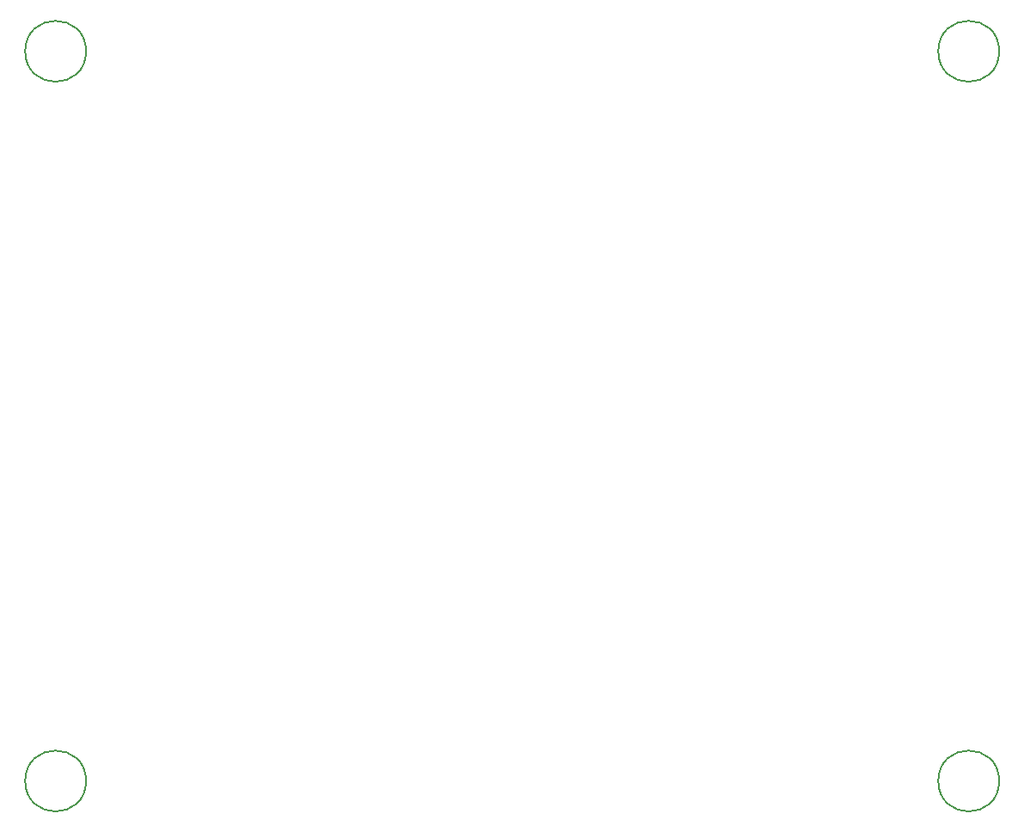
<source format=gbr>
%TF.GenerationSoftware,KiCad,Pcbnew,(5.1.9-0-10_14)*%
%TF.CreationDate,2021-06-04T12:52:24-04:00*%
%TF.ProjectId,CLOCK,434c4f43-4b2e-46b6-9963-61645f706362,rev?*%
%TF.SameCoordinates,Original*%
%TF.FileFunction,Other,Comment*%
%FSLAX46Y46*%
G04 Gerber Fmt 4.6, Leading zero omitted, Abs format (unit mm)*
G04 Created by KiCad (PCBNEW (5.1.9-0-10_14)) date 2021-06-04 12:52:24*
%MOMM*%
%LPD*%
G01*
G04 APERTURE LIST*
%ADD10C,0.150000*%
G04 APERTURE END LIST*
D10*
%TO.C,REF\u002A\u002A*%
X69802000Y-99060000D02*
G75*
G03*
X69802000Y-99060000I-3000000J0D01*
G01*
X69802000Y-27178000D02*
G75*
G03*
X69802000Y-27178000I-3000000J0D01*
G01*
X159718000Y-27178000D02*
G75*
G03*
X159718000Y-27178000I-3000000J0D01*
G01*
X159718000Y-99060000D02*
G75*
G03*
X159718000Y-99060000I-3000000J0D01*
G01*
%TD*%
M02*

</source>
